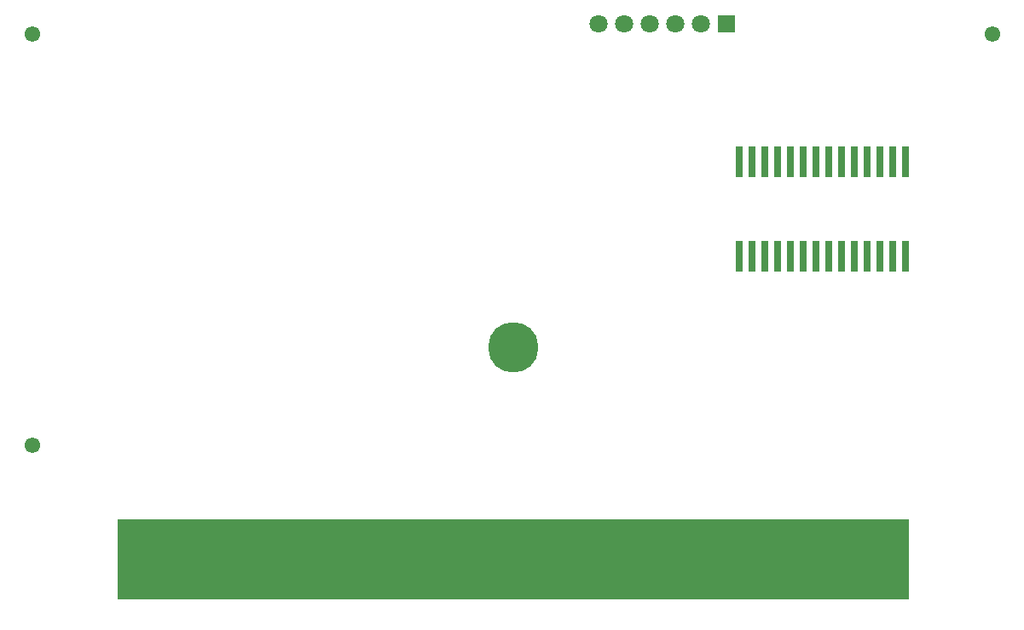
<source format=gbr>
G04 DipTrace 4.0.0.5*
G04 BottomMask.gbr*
%MOIN*%
G04 #@! TF.FileFunction,Soldermask,Bot*
G04 #@! TF.Part,Single*
%ADD22C,0.045354*%
%ADD23C,0.061102*%
%ADD40C,0.19685*%
%ADD51R,0.027559X0.122047*%
%ADD63C,0.070866*%
%ADD67R,0.070866X0.070866*%
%FSLAX26Y26*%
G04*
G70*
G90*
G75*
G01*
G04 BotMask*
%LPD*%
D23*
X481202Y2606201D3*
D3*
D22*
D3*
D23*
X4234325D3*
D3*
D22*
D3*
D23*
X481199Y996825D3*
D3*
D22*
D3*
D40*
X2362205Y1380000D3*
D67*
X3193701Y2646825D3*
D63*
X3093701D3*
X2993701D3*
X2893701D3*
X2793701D3*
X2693701D3*
D51*
X3896825Y1736786D3*
X3846825D3*
X3796825D3*
X3746825D3*
X3696825D3*
X3646825D3*
X3596825D3*
X3546825D3*
X3496825D3*
X3446825D3*
X3396825D3*
X3346825D3*
X3296825D3*
X3246825D3*
Y2106865D3*
X3296825D3*
X3346825D3*
X3396825D3*
X3446825D3*
X3496825D3*
X3546825D3*
X3596825D3*
X3646825D3*
X3696825D3*
X3746825D3*
X3796825D3*
X3846825D3*
X3896825D3*
G36*
X815576Y706201D2*
X3909325D1*
Y393701D1*
X815576D1*
Y706201D1*
G37*
M02*

</source>
